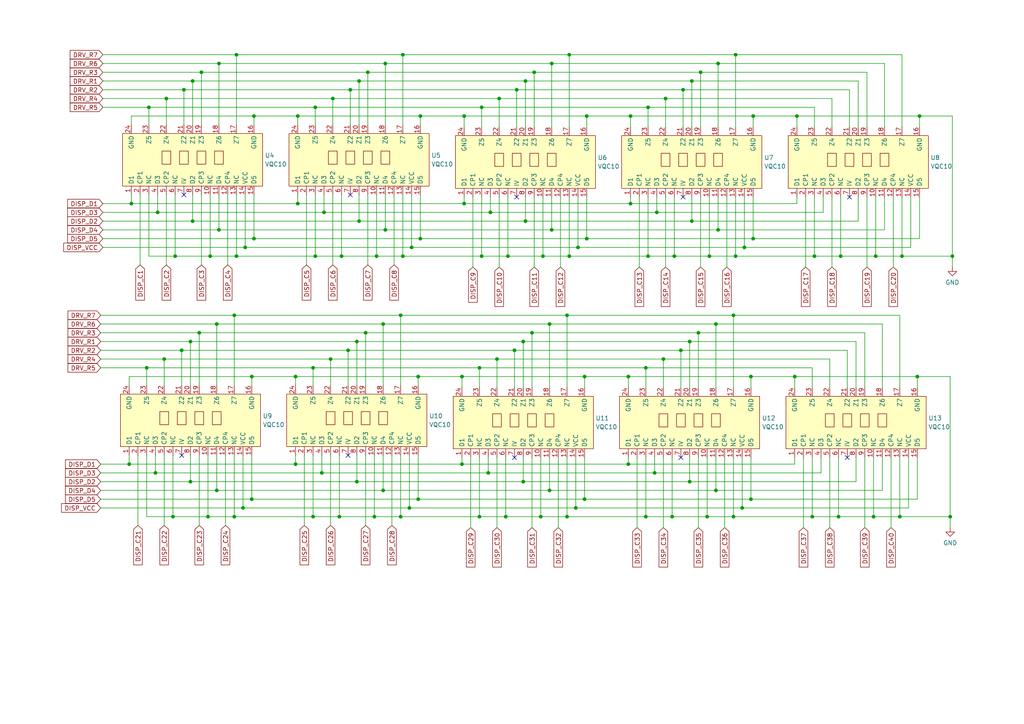
<source format=kicad_sch>
(kicad_sch (version 20230121) (generator eeschema)
  (paper "A4")
  (lib_symbols
    (symbol "components:VQC10"
      (property "Reference" "U" (at 0 -2.54 0))
      (property "Value" "VQC10" (at -15.24 0 0))
      (symbol "VQC10_0_1"
        (rectangle (start -8.89 2.54) (end -6.35 -1.27))
        (rectangle (start -3.81 2.54) (end -1.27 -1.27))
        (rectangle (start 1.27 2.54) (end 3.81 -1.27))
        (rectangle (start 6.35 2.54) (end 8.89 -1.27))
      )
      (symbol "VQC10_1_1"
        (rectangle (start -20.32 7.62) (end 20.32 -7.62) (fill (type background)))
        (pin input line (at -17.78 -10.16 90) (length 2.54) (name "D1") (number "1"))
        (pin input line (at 5.08 -10.16 90) (length 2.54) (name "NC") (number "10"))
        (pin input line (at 7.62 -10.16 90) (length 2.54) (name "D4") (number "11"))
        (pin input line (at 10.16 -10.16 90) (length 2.54) (name "CP4") (number "12"))
        (pin input line (at 12.7 -10.16 90) (length 2.54) (name "NC") (number "13"))
        (pin input line (at 15.24 -10.16 90) (length 2.54) (name "VCC") (number "14"))
        (pin input line (at 17.78 -10.16 90) (length 2.54) (name "D5") (number "15"))
        (pin input line (at 17.78 10.16 270) (length 2.54) (name "GND") (number "16"))
        (pin input line (at 12.7 10.16 270) (length 2.54) (name "Z7") (number "17"))
        (pin input line (at 7.62 10.16 270) (length 2.54) (name "Z6") (number "18"))
        (pin input line (at 2.54 10.16 270) (length 2.54) (name "Z3") (number "19"))
        (pin input line (at -15.24 -10.16 90) (length 2.54) (name "CP1") (number "2"))
        (pin input line (at 0 10.16 270) (length 2.54) (name "Z1") (number "20"))
        (pin input line (at -2.54 10.16 270) (length 2.54) (name "Z2") (number "21"))
        (pin input line (at -7.62 10.16 270) (length 2.54) (name "Z4") (number "22"))
        (pin input line (at -12.7 10.16 270) (length 2.54) (name "Z5") (number "23"))
        (pin input line (at -17.78 10.16 270) (length 2.54) (name "GND") (number "24"))
        (pin input line (at -12.7 -10.16 90) (length 2.54) (name "NC") (number "3"))
        (pin input line (at -10.16 -10.16 90) (length 2.54) (name "D3") (number "4"))
        (pin input line (at -7.62 -10.16 90) (length 2.54) (name "CP2") (number "5"))
        (pin input line (at -5.08 -10.16 90) (length 2.54) (name "NC") (number "6"))
        (pin input line (at -2.54 -10.16 90) (length 2.54) (name "IV") (number "7"))
        (pin input line (at 0 -10.16 90) (length 2.54) (name "D2") (number "8"))
        (pin input line (at 2.54 -10.16 90) (length 2.54) (name "CP3") (number "9"))
      )
    )
    (symbol "power:GND" (power) (pin_names (offset 0))
      (property "Value" "GND" (at 0 -3.81 0))
      (symbol "GND_0_1"
        (polyline (pts (xy 0 0) (xy 0 -1.27) (xy 1.27 -1.27) (xy 0 -2.54) (xy -1.27 -1.27) (xy 0 -1.27)))
      )
      (symbol "GND_1_1"
        (pin power_in line (at 0 0 270) (length 0) hide (name "GND") (number "1"))
      )
    )
  )
  (junction (at 103.505 139.7))
  (junction (at 205.105 149.86))
  (junction (at 169.545 109.22))
  (junction (at 99.06 74.295))
  (junction (at 73.66 69.215))
  (junction (at 254 74.295))
  (junction (at 116.205 91.44))
  (junction (at 207.645 142.24))
  (junction (at 139.065 149.86))
  (junction (at 121.92 69.215))
  (junction (at 147.32 74.295))
  (junction (at 170.18 69.215))
  (junction (at 116.84 15.875))
  (junction (at 67.945 149.86))
  (junction (at 253.365 149.86))
  (junction (at 91.44 74.295))
  (junction (at 203.2 20.955))
  (junction (at 91.44 31.115))
  (junction (at 212.725 91.44))
  (junction (at 193.04 28.575))
  (junction (at 205.74 74.295))
  (junction (at 93.98 61.595))
  (junction (at 182.88 33.655))
  (junction (at 73.66 33.655))
  (junction (at 106.68 20.955))
  (junction (at 133.985 109.22))
  (junction (at 111.125 93.98))
  (junction (at 45.72 61.595))
  (junction (at 50.165 149.86))
  (junction (at 73.025 109.22))
  (junction (at 260.985 149.86))
  (junction (at 55.245 99.06))
  (junction (at 154.305 96.52))
  (junction (at 266.065 109.22))
  (junction (at 144.145 104.14))
  (junction (at 48.26 28.575))
  (junction (at 104.14 64.135))
  (junction (at 121.285 109.22))
  (junction (at 217.805 109.22))
  (junction (at 43.18 31.115))
  (junction (at 261.62 74.295))
  (junction (at 165.1 15.875))
  (junction (at 151.765 99.06))
  (junction (at 119.38 71.755))
  (junction (at 103.505 99.06))
  (junction (at 67.945 91.44))
  (junction (at 62.865 93.98))
  (junction (at 200.025 139.7))
  (junction (at 85.725 109.22))
  (junction (at 55.88 23.495))
  (junction (at 218.44 69.215))
  (junction (at 160.02 66.675))
  (junction (at 266.7 33.655))
  (junction (at 100.965 101.6))
  (junction (at 243.84 74.295))
  (junction (at 144.78 28.575))
  (junction (at 230.505 109.22))
  (junction (at 121.92 33.655))
  (junction (at 104.14 23.495))
  (junction (at 60.96 74.295))
  (junction (at 187.325 149.86))
  (junction (at 170.18 33.655))
  (junction (at 187.96 74.295))
  (junction (at 90.805 106.68))
  (junction (at 159.385 142.24))
  (junction (at 71.12 71.755))
  (junction (at 243.205 149.86))
  (junction (at 93.345 137.16))
  (junction (at 236.22 74.295))
  (junction (at 231.14 33.655))
  (junction (at 42.545 106.68))
  (junction (at 159.385 93.98))
  (junction (at 198.12 26.035))
  (junction (at 212.725 149.86))
  (junction (at 62.865 142.24))
  (junction (at 187.96 31.115))
  (junction (at 167.005 147.32))
  (junction (at 38.1 59.055))
  (junction (at 121.285 144.78))
  (junction (at 68.58 15.875))
  (junction (at 109.22 74.295))
  (junction (at 169.545 144.78))
  (junction (at 156.845 149.86))
  (junction (at 217.805 144.78))
  (junction (at 55.245 139.7))
  (junction (at 195.58 74.295))
  (junction (at 116.205 149.86))
  (junction (at 235.585 149.86))
  (junction (at 111.76 66.675))
  (junction (at 146.685 149.86))
  (junction (at 45.085 137.16))
  (junction (at 139.7 74.295))
  (junction (at 142.24 61.595))
  (junction (at 165.1 74.295))
  (junction (at 276.225 74.295))
  (junction (at 118.745 147.32))
  (junction (at 213.36 15.875))
  (junction (at 149.86 26.035))
  (junction (at 215.265 147.32))
  (junction (at 86.36 33.655))
  (junction (at 192.405 104.14))
  (junction (at 157.48 74.295))
  (junction (at 58.42 20.955))
  (junction (at 73.025 144.78))
  (junction (at 90.805 149.86))
  (junction (at 208.28 18.415))
  (junction (at 194.945 149.86))
  (junction (at 213.36 74.295))
  (junction (at 116.84 74.295))
  (junction (at 37.465 134.62))
  (junction (at 57.785 96.52))
  (junction (at 111.76 18.415))
  (junction (at 106.045 96.52))
  (junction (at 149.225 101.6))
  (junction (at 70.485 147.32))
  (junction (at 182.245 134.62))
  (junction (at 98.425 149.86))
  (junction (at 63.5 66.675))
  (junction (at 154.94 20.955))
  (junction (at 200.025 99.06))
  (junction (at 190.5 61.595))
  (junction (at 141.605 137.16))
  (junction (at 86.36 59.055))
  (junction (at 215.9 71.755))
  (junction (at 108.585 149.86))
  (junction (at 133.985 134.62))
  (junction (at 95.885 104.14))
  (junction (at 134.62 59.055))
  (junction (at 52.705 101.6))
  (junction (at 218.44 33.655))
  (junction (at 160.02 18.415))
  (junction (at 53.34 26.035))
  (junction (at 96.52 28.575))
  (junction (at 134.62 33.655))
  (junction (at 139.7 31.115))
  (junction (at 164.465 149.86))
  (junction (at 187.325 106.68))
  (junction (at 164.465 91.44))
  (junction (at 207.645 93.98))
  (junction (at 63.5 18.415))
  (junction (at 275.59 149.86))
  (junction (at 55.88 64.135))
  (junction (at 101.6 26.035))
  (junction (at 139.065 106.68))
  (junction (at 200.66 23.495))
  (junction (at 208.28 66.675))
  (junction (at 200.66 64.135))
  (junction (at 197.485 101.6))
  (junction (at 189.865 137.16))
  (junction (at 50.8 74.295))
  (junction (at 151.765 139.7))
  (junction (at 85.725 134.62))
  (junction (at 60.325 149.86))
  (junction (at 47.625 104.14))
  (junction (at 111.125 142.24))
  (junction (at 152.4 23.495))
  (junction (at 68.58 74.295))
  (junction (at 182.245 109.22))
  (junction (at 202.565 96.52))
  (junction (at 152.4 64.135))
  (junction (at 182.88 59.055))
  (junction (at 167.64 71.755))
  (no_connect (at 149.86 57.15))
  (no_connect (at 246.38 57.15))
  (no_connect (at 245.745 132.715))
  (no_connect (at 197.485 132.715))
  (no_connect (at 100.965 132.08))
  (no_connect (at 149.225 132.715))
  (no_connect (at 52.705 132.08))
  (no_connect (at 53.34 56.515))
  (no_connect (at 101.6 56.515))
  (no_connect (at 198.12 57.15))
  (wire (pts (xy 55.245 99.06) (xy 103.505 99.06)))
  (wire (pts (xy 167.005 132.715) (xy 167.005 147.32)))
  (wire (pts (xy 111.125 132.08) (xy 111.125 142.24)))
  (wire (pts (xy 200.66 64.135) (xy 248.92 64.135)))
  (wire (pts (xy 266.065 109.22) (xy 275.59 109.22)))
  (wire (pts (xy 213.36 15.875) (xy 261.62 15.875)))
  (wire (pts (xy 141.605 137.16) (xy 189.865 137.16)))
  (wire (pts (xy 207.645 142.24) (xy 255.905 142.24)))
  (wire (pts (xy 193.04 57.15) (xy 193.04 77.47)))
  (wire (pts (xy 86.36 59.055) (xy 134.62 59.055)))
  (wire (pts (xy 90.805 132.08) (xy 90.805 149.86)))
  (wire (pts (xy 101.6 26.035) (xy 149.86 26.035)))
  (wire (pts (xy 212.725 132.715) (xy 212.725 149.86)))
  (wire (pts (xy 70.485 147.32) (xy 118.745 147.32)))
  (wire (pts (xy 73.025 144.78) (xy 121.285 144.78)))
  (wire (pts (xy 58.42 20.955) (xy 29.845 20.955)))
  (wire (pts (xy 113.665 132.08) (xy 113.665 152.4)))
  (wire (pts (xy 255.905 142.24) (xy 255.905 132.715)))
  (wire (pts (xy 116.84 36.195) (xy 116.84 15.875)))
  (wire (pts (xy 160.02 18.415) (xy 208.28 18.415)))
  (wire (pts (xy 116.84 15.875) (xy 165.1 15.875)))
  (wire (pts (xy 154.94 20.955) (xy 154.94 36.83)))
  (wire (pts (xy 144.78 28.575) (xy 193.04 28.575)))
  (wire (pts (xy 203.2 20.955) (xy 203.2 36.83)))
  (wire (pts (xy 134.62 33.655) (xy 170.18 33.655)))
  (wire (pts (xy 88.265 132.08) (xy 88.265 152.4)))
  (wire (pts (xy 93.345 132.08) (xy 93.345 137.16)))
  (wire (pts (xy 164.465 132.715) (xy 164.465 149.86)))
  (wire (pts (xy 55.245 139.7) (xy 103.505 139.7)))
  (wire (pts (xy 116.84 74.295) (xy 139.7 74.295)))
  (wire (pts (xy 91.44 56.515) (xy 91.44 74.295)))
  (wire (pts (xy 236.22 31.115) (xy 236.22 36.83)))
  (wire (pts (xy 68.58 56.515) (xy 68.58 74.295)))
  (wire (pts (xy 152.4 23.495) (xy 152.4 36.83)))
  (wire (pts (xy 146.685 132.715) (xy 146.685 149.86)))
  (wire (pts (xy 96.52 28.575) (xy 96.52 36.195)))
  (wire (pts (xy 58.42 20.955) (xy 106.68 20.955)))
  (wire (pts (xy 50.165 149.86) (xy 42.545 149.86)))
  (wire (pts (xy 182.88 57.15) (xy 182.88 59.055)))
  (wire (pts (xy 29.21 134.62) (xy 37.465 134.62)))
  (wire (pts (xy 213.36 74.295) (xy 236.22 74.295)))
  (wire (pts (xy 261.62 15.875) (xy 261.62 36.83)))
  (wire (pts (xy 91.44 74.295) (xy 99.06 74.295)))
  (wire (pts (xy 156.845 132.715) (xy 156.845 149.86)))
  (wire (pts (xy 85.725 134.62) (xy 133.985 134.62)))
  (wire (pts (xy 203.2 20.955) (xy 251.46 20.955)))
  (wire (pts (xy 73.66 33.655) (xy 86.36 33.655)))
  (wire (pts (xy 241.3 28.575) (xy 241.3 36.83)))
  (wire (pts (xy 38.1 36.195) (xy 38.1 33.655)))
  (wire (pts (xy 93.98 56.515) (xy 93.98 61.595)))
  (wire (pts (xy 156.845 149.86) (xy 164.465 149.86)))
  (wire (pts (xy 111.125 93.98) (xy 111.125 111.76)))
  (wire (pts (xy 255.905 93.98) (xy 255.905 112.395)))
  (wire (pts (xy 109.22 74.295) (xy 116.84 74.295)))
  (wire (pts (xy 254 74.295) (xy 261.62 74.295)))
  (wire (pts (xy 37.465 132.08) (xy 37.465 134.62)))
  (wire (pts (xy 85.725 109.22) (xy 121.285 109.22)))
  (wire (pts (xy 198.12 26.035) (xy 246.38 26.035)))
  (wire (pts (xy 205.105 132.715) (xy 205.105 149.86)))
  (wire (pts (xy 65.405 132.08) (xy 65.405 152.4)))
  (wire (pts (xy 111.125 93.98) (xy 159.385 93.98)))
  (wire (pts (xy 71.12 56.515) (xy 71.12 71.755)))
  (wire (pts (xy 159.385 93.98) (xy 207.645 93.98)))
  (wire (pts (xy 167.64 57.15) (xy 167.64 71.755)))
  (wire (pts (xy 40.005 132.08) (xy 40.005 152.4)))
  (wire (pts (xy 104.14 64.135) (xy 152.4 64.135)))
  (wire (pts (xy 73.025 109.22) (xy 73.025 111.76)))
  (wire (pts (xy 231.14 33.655) (xy 266.7 33.655)))
  (wire (pts (xy 233.68 57.15) (xy 233.68 77.47)))
  (wire (pts (xy 236.22 57.15) (xy 236.22 74.295)))
  (wire (pts (xy 86.36 33.655) (xy 86.36 36.195)))
  (wire (pts (xy 106.68 20.955) (xy 106.68 36.195)))
  (wire (pts (xy 144.78 57.15) (xy 144.78 77.47)))
  (wire (pts (xy 218.44 33.655) (xy 231.14 33.655)))
  (wire (pts (xy 66.04 56.515) (xy 66.04 76.835)))
  (wire (pts (xy 210.185 132.715) (xy 210.185 153.035)))
  (wire (pts (xy 162.56 57.15) (xy 162.56 77.47)))
  (wire (pts (xy 169.545 109.22) (xy 169.545 112.395)))
  (wire (pts (xy 67.945 111.76) (xy 67.945 91.44)))
  (wire (pts (xy 189.865 132.715) (xy 189.865 137.16)))
  (wire (pts (xy 251.46 57.15) (xy 251.46 77.47)))
  (wire (pts (xy 210.82 57.15) (xy 210.82 77.47)))
  (wire (pts (xy 67.945 132.08) (xy 67.945 149.86)))
  (wire (pts (xy 73.66 56.515) (xy 73.66 69.215)))
  (wire (pts (xy 99.06 56.515) (xy 99.06 74.295)))
  (wire (pts (xy 200.025 99.06) (xy 200.025 112.395)))
  (wire (pts (xy 263.525 147.32) (xy 263.525 132.715)))
  (wire (pts (xy 212.725 149.86) (xy 235.585 149.86)))
  (wire (pts (xy 248.285 99.06) (xy 248.285 112.395)))
  (wire (pts (xy 213.36 57.15) (xy 213.36 74.295)))
  (wire (pts (xy 182.245 109.22) (xy 217.805 109.22)))
  (wire (pts (xy 205.105 149.86) (xy 212.725 149.86)))
  (wire (pts (xy 88.9 56.515) (xy 88.9 76.835)))
  (wire (pts (xy 260.985 149.86) (xy 260.985 132.715)))
  (wire (pts (xy 157.48 74.295) (xy 165.1 74.295)))
  (wire (pts (xy 55.245 111.76) (xy 55.245 99.06)))
  (wire (pts (xy 29.21 144.78) (xy 73.025 144.78)))
  (wire (pts (xy 38.1 56.515) (xy 38.1 59.055)))
  (wire (pts (xy 29.845 23.495) (xy 55.88 23.495)))
  (wire (pts (xy 104.14 23.495) (xy 152.4 23.495)))
  (wire (pts (xy 212.725 91.44) (xy 260.985 91.44)))
  (wire (pts (xy 29.845 66.675) (xy 63.5 66.675)))
  (wire (pts (xy 276.225 74.295) (xy 276.225 77.47)))
  (wire (pts (xy 208.28 18.415) (xy 256.54 18.415)))
  (wire (pts (xy 165.1 57.15) (xy 165.1 74.295)))
  (wire (pts (xy 144.145 104.14) (xy 192.405 104.14)))
  (wire (pts (xy 146.685 149.86) (xy 156.845 149.86)))
  (wire (pts (xy 63.5 18.415) (xy 111.76 18.415)))
  (wire (pts (xy 194.945 149.86) (xy 205.105 149.86)))
  (wire (pts (xy 121.92 56.515) (xy 121.92 69.215)))
  (wire (pts (xy 260.985 91.44) (xy 260.985 112.395)))
  (wire (pts (xy 170.18 33.655) (xy 182.88 33.655)))
  (wire (pts (xy 149.86 36.83) (xy 149.86 26.035)))
  (wire (pts (xy 151.765 99.06) (xy 151.765 112.395)))
  (wire (pts (xy 215.9 57.15) (xy 215.9 71.755)))
  (wire (pts (xy 238.125 137.16) (xy 238.125 132.715)))
  (wire (pts (xy 111.125 142.24) (xy 159.385 142.24)))
  (wire (pts (xy 243.205 132.715) (xy 243.205 149.86)))
  (wire (pts (xy 50.8 56.515) (xy 50.8 74.295)))
  (wire (pts (xy 182.88 59.055) (xy 231.14 59.055)))
  (wire (pts (xy 73.66 69.215) (xy 121.92 69.215)))
  (wire (pts (xy 85.725 109.22) (xy 85.725 111.76)))
  (wire (pts (xy 167.005 147.32) (xy 215.265 147.32)))
  (wire (pts (xy 118.745 147.32) (xy 167.005 147.32)))
  (wire (pts (xy 42.545 149.86) (xy 42.545 132.08)))
  (wire (pts (xy 182.245 132.715) (xy 182.245 134.62)))
  (wire (pts (xy 217.805 109.22) (xy 230.505 109.22)))
  (wire (pts (xy 29.21 147.32) (xy 70.485 147.32)))
  (wire (pts (xy 144.145 104.14) (xy 144.145 112.395)))
  (wire (pts (xy 29.21 106.68) (xy 42.545 106.68)))
  (wire (pts (xy 190.5 57.15) (xy 190.5 61.595)))
  (wire (pts (xy 139.065 106.68) (xy 139.065 112.395)))
  (wire (pts (xy 194.945 132.715) (xy 194.945 149.86)))
  (wire (pts (xy 165.1 15.875) (xy 213.36 15.875)))
  (wire (pts (xy 62.865 142.24) (xy 111.125 142.24)))
  (wire (pts (xy 43.18 74.295) (xy 43.18 56.515)))
  (wire (pts (xy 38.1 33.655) (xy 73.66 33.655)))
  (wire (pts (xy 86.36 59.055) (xy 86.36 56.515)))
  (wire (pts (xy 42.545 106.68) (xy 90.805 106.68)))
  (wire (pts (xy 253.365 149.86) (xy 260.985 149.86)))
  (wire (pts (xy 133.985 109.22) (xy 169.545 109.22)))
  (wire (pts (xy 57.785 96.52) (xy 106.045 96.52)))
  (wire (pts (xy 104.14 56.515) (xy 104.14 64.135)))
  (wire (pts (xy 93.98 61.595) (xy 142.24 61.595)))
  (wire (pts (xy 96.52 56.515) (xy 96.52 76.835)))
  (wire (pts (xy 95.885 132.08) (xy 95.885 152.4)))
  (wire (pts (xy 159.385 112.395) (xy 159.385 93.98)))
  (wire (pts (xy 243.84 74.295) (xy 254 74.295)))
  (wire (pts (xy 202.565 96.52) (xy 202.565 112.395)))
  (wire (pts (xy 29.845 64.135) (xy 55.88 64.135)))
  (wire (pts (xy 266.7 33.655) (xy 266.7 36.83)))
  (wire (pts (xy 182.245 109.22) (xy 182.245 112.395)))
  (wire (pts (xy 55.245 132.08) (xy 55.245 139.7)))
  (wire (pts (xy 67.945 149.86) (xy 90.805 149.86)))
  (wire (pts (xy 275.59 149.86) (xy 275.59 153.035)))
  (wire (pts (xy 62.865 93.98) (xy 111.125 93.98)))
  (wire (pts (xy 266.7 33.655) (xy 276.225 33.655)))
  (wire (pts (xy 212.725 112.395) (xy 212.725 91.44)))
  (wire (pts (xy 114.3 56.515) (xy 114.3 76.835)))
  (wire (pts (xy 108.585 132.08) (xy 108.585 149.86)))
  (wire (pts (xy 57.785 132.08) (xy 57.785 152.4)))
  (wire (pts (xy 68.58 36.195) (xy 68.58 15.875)))
  (wire (pts (xy 29.845 61.595) (xy 45.72 61.595)))
  (wire (pts (xy 264.16 71.755) (xy 264.16 57.15)))
  (wire (pts (xy 200.66 23.495) (xy 200.66 36.83)))
  (wire (pts (xy 111.76 18.415) (xy 160.02 18.415)))
  (wire (pts (xy 139.065 149.86) (xy 146.685 149.86)))
  (wire (pts (xy 187.325 106.68) (xy 235.585 106.68)))
  (wire (pts (xy 215.265 132.715) (xy 215.265 147.32)))
  (wire (pts (xy 60.96 74.295) (xy 50.8 74.295)))
  (wire (pts (xy 208.28 66.675) (xy 256.54 66.675)))
  (wire (pts (xy 63.5 56.515) (xy 63.5 66.675)))
  (wire (pts (xy 243.205 149.86) (xy 253.365 149.86)))
  (wire (pts (xy 119.38 56.515) (xy 119.38 71.755)))
  (wire (pts (xy 29.845 28.575) (xy 48.26 28.575)))
  (wire (pts (xy 218.44 57.15) (xy 218.44 69.215)))
  (wire (pts (xy 43.18 36.195) (xy 43.18 31.115)))
  (wire (pts (xy 169.545 132.715) (xy 169.545 144.78)))
  (wire (pts (xy 62.865 111.76) (xy 62.865 93.98)))
  (wire (pts (xy 149.225 112.395) (xy 149.225 101.6)))
  (wire (pts (xy 230.505 134.62) (xy 230.505 132.715)))
  (wire (pts (xy 170.18 57.15) (xy 170.18 69.215)))
  (wire (pts (xy 170.18 69.215) (xy 218.44 69.215)))
  (wire (pts (xy 93.345 137.16) (xy 141.605 137.16)))
  (wire (pts (xy 187.325 132.715) (xy 187.325 149.86)))
  (wire (pts (xy 164.465 91.44) (xy 212.725 91.44)))
  (wire (pts (xy 96.52 28.575) (xy 144.78 28.575)))
  (wire (pts (xy 111.76 66.675) (xy 160.02 66.675)))
  (wire (pts (xy 154.94 57.15) (xy 154.94 77.47)))
  (wire (pts (xy 45.085 137.16) (xy 93.345 137.16)))
  (wire (pts (xy 100.965 101.6) (xy 100.965 111.76)))
  (wire (pts (xy 99.06 74.295) (xy 109.22 74.295)))
  (wire (pts (xy 37.465 134.62) (xy 85.725 134.62)))
  (wire (pts (xy 29.845 15.875) (xy 68.58 15.875)))
  (wire (pts (xy 218.44 69.215) (xy 266.7 69.215)))
  (wire (pts (xy 187.96 31.115) (xy 187.96 36.83)))
  (wire (pts (xy 73.66 33.655) (xy 73.66 36.195)))
  (wire (pts (xy 275.59 109.22) (xy 275.59 149.86)))
  (wire (pts (xy 190.5 61.595) (xy 238.76 61.595)))
  (wire (pts (xy 192.405 104.14) (xy 192.405 112.395)))
  (wire (pts (xy 73.025 109.22) (xy 85.725 109.22)))
  (wire (pts (xy 68.58 15.875) (xy 116.84 15.875)))
  (wire (pts (xy 165.1 36.83) (xy 165.1 15.875)))
  (wire (pts (xy 116.205 111.76) (xy 116.205 91.44)))
  (wire (pts (xy 29.845 59.055) (xy 38.1 59.055)))
  (wire (pts (xy 231.14 59.055) (xy 231.14 57.15)))
  (wire (pts (xy 53.34 36.195) (xy 53.34 26.035)))
  (wire (pts (xy 256.54 18.415) (xy 256.54 36.83)))
  (wire (pts (xy 259.08 57.15) (xy 259.08 77.47)))
  (wire (pts (xy 119.38 71.755) (xy 167.64 71.755)))
  (wire (pts (xy 116.205 149.86) (xy 139.065 149.86)))
  (wire (pts (xy 29.21 99.06) (xy 55.245 99.06)))
  (wire (pts (xy 167.64 71.755) (xy 215.9 71.755)))
  (wire (pts (xy 200.025 99.06) (xy 248.285 99.06)))
  (wire (pts (xy 121.285 109.22) (xy 121.285 111.76)))
  (wire (pts (xy 29.845 71.755) (xy 71.12 71.755)))
  (wire (pts (xy 48.26 36.195) (xy 48.26 28.575)))
  (wire (pts (xy 161.925 132.715) (xy 161.925 153.035)))
  (wire (pts (xy 203.2 57.15) (xy 203.2 77.47)))
  (wire (pts (xy 200.025 132.715) (xy 200.025 139.7)))
  (wire (pts (xy 47.625 104.14) (xy 95.885 104.14)))
  (wire (pts (xy 160.02 57.15) (xy 160.02 66.675)))
  (wire (pts (xy 90.805 106.68) (xy 90.805 111.76)))
  (wire (pts (xy 139.065 106.68) (xy 187.325 106.68)))
  (wire (pts (xy 149.225 101.6) (xy 197.485 101.6)))
  (wire (pts (xy 147.32 57.15) (xy 147.32 74.295)))
  (wire (pts (xy 60.325 149.86) (xy 50.165 149.86)))
  (wire (pts (xy 29.21 93.98) (xy 62.865 93.98)))
  (wire (pts (xy 48.26 56.515) (xy 48.26 76.835)))
  (wire (pts (xy 109.22 56.515) (xy 109.22 74.295)))
  (wire (pts (xy 144.145 132.715) (xy 144.145 153.035)))
  (wire (pts (xy 139.7 74.295) (xy 147.32 74.295)))
  (wire (pts (xy 256.54 66.675) (xy 256.54 57.15)))
  (wire (pts (xy 236.22 74.295) (xy 243.84 74.295)))
  (wire (pts (xy 133.985 132.715) (xy 133.985 134.62)))
  (wire (pts (xy 85.725 134.62) (xy 85.725 132.08)))
  (wire (pts (xy 230.505 109.22) (xy 230.505 112.395)))
  (wire (pts (xy 133.985 109.22) (xy 133.985 112.395)))
  (wire (pts (xy 29.845 26.035) (xy 53.34 26.035)))
  (wire (pts (xy 53.34 26.035) (xy 101.6 26.035)))
  (wire (pts (xy 45.72 61.595) (xy 93.98 61.595)))
  (wire (pts (xy 200.66 23.495) (xy 248.92 23.495)))
  (wire (pts (xy 121.92 33.655) (xy 121.92 36.195)))
  (wire (pts (xy 67.945 91.44) (xy 116.205 91.44)))
  (wire (pts (xy 164.465 112.395) (xy 164.465 91.44)))
  (wire (pts (xy 90.805 149.86) (xy 98.425 149.86)))
  (wire (pts (xy 55.88 23.495) (xy 104.14 23.495)))
  (wire (pts (xy 157.48 57.15) (xy 157.48 74.295)))
  (wire (pts (xy 266.7 69.215) (xy 266.7 57.15)))
  (wire (pts (xy 154.94 20.955) (xy 203.2 20.955)))
  (wire (pts (xy 231.14 33.655) (xy 231.14 36.83)))
  (wire (pts (xy 169.545 144.78) (xy 217.805 144.78)))
  (wire (pts (xy 205.74 74.295) (xy 213.36 74.295)))
  (wire (pts (xy 147.32 74.295) (xy 157.48 74.295)))
  (wire (pts (xy 250.825 96.52) (xy 250.825 112.395)))
  (wire (pts (xy 187.325 149.86) (xy 194.945 149.86)))
  (wire (pts (xy 260.985 149.86) (xy 275.59 149.86)))
  (wire (pts (xy 205.74 57.15) (xy 205.74 74.295)))
  (wire (pts (xy 154.305 132.715) (xy 154.305 153.035)))
  (wire (pts (xy 121.92 69.215) (xy 170.18 69.215)))
  (wire (pts (xy 133.985 134.62) (xy 182.245 134.62)))
  (wire (pts (xy 106.68 56.515) (xy 106.68 76.835)))
  (wire (pts (xy 98.425 132.08) (xy 98.425 149.86)))
  (wire (pts (xy 98.425 149.86) (xy 108.585 149.86)))
  (wire (pts (xy 71.12 71.755) (xy 119.38 71.755)))
  (wire (pts (xy 164.465 149.86) (xy 187.325 149.86)))
  (wire (pts (xy 52.705 101.6) (xy 100.965 101.6)))
  (wire (pts (xy 151.765 99.06) (xy 200.025 99.06)))
  (wire (pts (xy 248.92 23.495) (xy 248.92 36.83)))
  (wire (pts (xy 55.88 64.135) (xy 104.14 64.135)))
  (wire (pts (xy 193.04 28.575) (xy 241.3 28.575)))
  (wire (pts (xy 149.86 26.035) (xy 198.12 26.035)))
  (wire (pts (xy 192.405 132.715) (xy 192.405 153.035)))
  (wire (pts (xy 159.385 142.24) (xy 207.645 142.24)))
  (wire (pts (xy 106.045 96.52) (xy 106.045 111.76)))
  (wire (pts (xy 208.28 57.15) (xy 208.28 66.675)))
  (wire (pts (xy 202.565 132.715) (xy 202.565 153.035)))
  (wire (pts (xy 154.305 96.52) (xy 202.565 96.52)))
  (wire (pts (xy 63.5 66.675) (xy 111.76 66.675)))
  (wire (pts (xy 189.865 137.16) (xy 238.125 137.16)))
  (wire (pts (xy 195.58 57.15) (xy 195.58 74.295)))
  (wire (pts (xy 137.16 57.15) (xy 137.16 77.47)))
  (wire (pts (xy 118.745 132.08) (xy 118.745 147.32)))
  (wire (pts (xy 29.845 69.215) (xy 73.66 69.215)))
  (wire (pts (xy 218.44 33.655) (xy 218.44 36.83)))
  (wire (pts (xy 103.505 139.7) (xy 151.765 139.7)))
  (wire (pts (xy 139.7 57.15) (xy 139.7 74.295)))
  (wire (pts (xy 121.285 132.08) (xy 121.285 144.78)))
  (wire (pts (xy 165.1 74.295) (xy 187.96 74.295)))
  (wire (pts (xy 217.805 132.715) (xy 217.805 144.78)))
  (wire (pts (xy 185.42 57.15) (xy 185.42 77.47)))
  (wire (pts (xy 207.645 112.395) (xy 207.645 93.98)))
  (wire (pts (xy 182.88 33.655) (xy 182.88 36.83)))
  (wire (pts (xy 254 57.15) (xy 254 74.295)))
  (wire (pts (xy 50.165 132.08) (xy 50.165 149.86)))
  (wire (pts (xy 62.865 132.08) (xy 62.865 142.24)))
  (wire (pts (xy 60.96 56.515) (xy 60.96 74.295)))
  (wire (pts (xy 139.7 31.115) (xy 187.96 31.115)))
  (wire (pts (xy 29.21 91.44) (xy 67.945 91.44)))
  (wire (pts (xy 192.405 104.14) (xy 240.665 104.14)))
  (wire (pts (xy 251.46 20.955) (xy 251.46 36.83)))
  (wire (pts (xy 29.845 18.415) (xy 63.5 18.415)))
  (wire (pts (xy 60.325 132.08) (xy 60.325 149.86)))
  (wire (pts (xy 246.38 26.035) (xy 246.38 36.83)))
  (wire (pts (xy 243.84 57.15) (xy 243.84 74.295)))
  (wire (pts (xy 134.62 57.15) (xy 134.62 59.055)))
  (wire (pts (xy 182.245 134.62) (xy 230.505 134.62)))
  (wire (pts (xy 95.885 104.14) (xy 144.145 104.14)))
  (wire (pts (xy 154.305 96.52) (xy 154.305 112.395)))
  (wire (pts (xy 253.365 132.715) (xy 253.365 149.86)))
  (wire (pts (xy 29.21 139.7) (xy 55.245 139.7)))
  (wire (pts (xy 152.4 57.15) (xy 152.4 64.135)))
  (wire (pts (xy 57.785 111.76) (xy 57.785 96.52)))
  (wire (pts (xy 195.58 74.295) (xy 205.74 74.295)))
  (wire (pts (xy 193.04 28.575) (xy 193.04 36.83)))
  (wire (pts (xy 38.1 59.055) (xy 86.36 59.055)))
  (wire (pts (xy 187.96 74.295) (xy 195.58 74.295)))
  (wire (pts (xy 208.28 36.83) (xy 208.28 18.415)))
  (wire (pts (xy 86.36 33.655) (xy 121.92 33.655)))
  (wire (pts (xy 58.42 36.195) (xy 58.42 20.955)))
  (wire (pts (xy 73.025 132.08) (xy 73.025 144.78)))
  (wire (pts (xy 50.8 74.295) (xy 43.18 74.295)))
  (wire (pts (xy 58.42 56.515) (xy 58.42 76.835)))
  (wire (pts (xy 37.465 111.76) (xy 37.465 109.22)))
  (wire (pts (xy 70.485 132.08) (xy 70.485 147.32)))
  (wire (pts (xy 136.525 132.715) (xy 136.525 153.035)))
  (wire (pts (xy 197.485 112.395) (xy 197.485 101.6)))
  (wire (pts (xy 139.7 31.115) (xy 139.7 36.83)))
  (wire (pts (xy 245.745 101.6) (xy 245.745 112.395)))
  (wire (pts (xy 100.965 101.6) (xy 149.225 101.6)))
  (wire (pts (xy 240.665 132.715) (xy 240.665 153.035)))
  (wire (pts (xy 91.44 31.115) (xy 91.44 36.195)))
  (wire (pts (xy 248.285 139.7) (xy 248.285 132.715)))
  (wire (pts (xy 91.44 31.115) (xy 139.7 31.115)))
  (wire (pts (xy 103.505 99.06) (xy 151.765 99.06)))
  (wire (pts (xy 200.025 139.7) (xy 248.285 139.7)))
  (wire (pts (xy 152.4 23.495) (xy 200.66 23.495)))
  (wire (pts (xy 230.505 109.22) (xy 266.065 109.22)))
  (wire (pts (xy 141.605 132.715) (xy 141.605 137.16)))
  (wire (pts (xy 207.645 93.98) (xy 255.905 93.98)))
  (wire (pts (xy 42.545 111.76) (xy 42.545 106.68)))
  (wire (pts (xy 248.92 64.135) (xy 248.92 57.15)))
  (wire (pts (xy 52.705 111.76) (xy 52.705 101.6)))
  (wire (pts (xy 184.785 132.715) (xy 184.785 153.035)))
  (wire (pts (xy 116.205 91.44) (xy 164.465 91.44)))
  (wire (pts (xy 48.26 28.575) (xy 96.52 28.575)))
  (wire (pts (xy 240.665 104.14) (xy 240.665 112.395)))
  (wire (pts (xy 233.045 132.715) (xy 233.045 153.035)))
  (wire (pts (xy 116.205 132.08) (xy 116.205 149.86)))
  (wire (pts (xy 151.765 139.7) (xy 200.025 139.7)))
  (wire (pts (xy 106.045 96.52) (xy 154.305 96.52)))
  (wire (pts (xy 106.045 132.08) (xy 106.045 152.4)))
  (wire (pts (xy 29.21 104.14) (xy 47.625 104.14)))
  (wire (pts (xy 55.88 56.515) (xy 55.88 64.135)))
  (wire (pts (xy 47.625 132.08) (xy 47.625 152.4)))
  (wire (pts (xy 139.065 132.715) (xy 139.065 149.86)))
  (wire (pts (xy 235.585 106.68) (xy 235.585 112.395)))
  (wire (pts (xy 169.545 109.22) (xy 182.245 109.22)))
  (wire (pts (xy 197.485 101.6) (xy 245.745 101.6)))
  (wire (pts (xy 67.945 149.86) (xy 60.325 149.86)))
  (wire (pts (xy 258.445 132.715) (xy 258.445 153.035)))
  (wire (pts (xy 95.885 104.14) (xy 95.885 111.76)))
  (wire (pts (xy 106.68 20.955) (xy 154.94 20.955)))
  (wire (pts (xy 142.24 57.15) (xy 142.24 61.595)))
  (wire (pts (xy 241.3 57.15) (xy 241.3 77.47)))
  (wire (pts (xy 207.645 132.715) (xy 207.645 142.24)))
  (wire (pts (xy 142.24 61.595) (xy 190.5 61.595)))
  (wire (pts (xy 29.21 137.16) (xy 45.085 137.16)))
  (wire (pts (xy 55.88 36.195) (xy 55.88 23.495)))
  (wire (pts (xy 43.18 31.115) (xy 91.44 31.115)))
  (wire (pts (xy 276.225 33.655) (xy 276.225 74.295)))
  (wire (pts (xy 159.385 132.715) (xy 159.385 142.24)))
  (wire (pts (xy 57.785 96.52) (xy 29.21 96.52)))
  (wire (pts (xy 202.565 96.52) (xy 250.825 96.52)))
  (wire (pts (xy 108.585 149.86) (xy 116.205 149.86)))
  (wire (pts (xy 213.36 36.83) (xy 213.36 15.875)))
  (wire (pts (xy 121.92 33.655) (xy 134.62 33.655)))
  (wire (pts (xy 160.02 66.675) (xy 208.28 66.675)))
  (wire (pts (xy 217.805 144.78) (xy 266.065 144.78)))
  (wire (pts (xy 111.76 18.415) (xy 111.76 36.195)))
  (wire (pts (xy 45.085 132.08) (xy 45.085 137.16)))
  (wire (pts (xy 235.585 149.86) (xy 243.205 149.86)))
  (wire (pts (xy 40.64 56.515) (xy 40.64 76.835)))
  (wire (pts (xy 144.78 28.575) (xy 144.78 36.83)))
  (wire (pts (xy 215.9 71.755) (xy 264.16 71.755)))
  (wire (pts (xy 151.765 132.715) (xy 151.765 139.7)))
  (wire (pts (xy 103.505 132.08) (xy 103.505 139.7)))
  (wire (pts (xy 121.285 109.22) (xy 133.985 109.22)))
  (wire (pts (xy 170.18 33.655) (xy 170.18 36.83)))
  (wire (pts (xy 152.4 64.135) (xy 200.66 64.135)))
  (wire (pts (xy 68.58 74.295) (xy 60.96 74.295)))
  (wire (pts (xy 47.625 111.76) (xy 47.625 104.14)))
  (wire (pts (xy 29.21 142.24) (xy 62.865 142.24)))
  (wire (pts (xy 250.825 132.715) (xy 250.825 153.035)))
  (wire (pts (xy 103.505 99.06) (xy 103.505 111.76)))
  (wire (pts (xy 101.6 26.035) (xy 101.6 36.195)))
  (wire (pts (xy 235.585 132.715) (xy 235.585 149.86)))
  (wire (pts (xy 160.02 36.83) (xy 160.02 18.415)))
  (wire (pts (xy 238.76 61.595) (xy 238.76 57.15)))
  (wire (pts (xy 37.465 109.22) (xy 73.025 109.22)))
  (wire (pts (xy 187.325 106.68) (xy 187.325 112.395)))
  (wire (pts (xy 182.88 33.655) (xy 218.44 33.655)))
  (wire (pts (xy 198.12 36.83) (xy 198.12 26.035)))
  (wire (pts (xy 116.84 56.515) (xy 116.84 74.295)))
  (wire (pts (xy 29.845 31.115) (xy 43.18 31.115)))
  (wire (pts (xy 187.96 31.115) (xy 236.22 31.115)))
  (wire (pts (xy 134.62 33.655) (xy 134.62 36.83)))
  (wire (pts (xy 104.14 23.495) (xy 104.14 36.195)))
  (wire (pts (xy 121.285 144.78) (xy 169.545 144.78)))
  (wire (pts (xy 261.62 74.295) (xy 261.62 57.15)))
  (wire (pts (xy 111.76 56.515) (xy 111.76 66.675)))
  (wire (pts (xy 215.265 147.32) (xy 263.525 147.32)))
  (wire (pts (xy 29.21 101.6) (xy 52.705 101.6)))
  (wire (pts (xy 200.66 57.15) (xy 200.66 64.135)))
  (wire (pts (xy 68.58 74.295) (xy 91.44 74.295)))
  (wire (pts (xy 90.805 106.68) (xy 139.065 106.68)))
  (wire (pts (xy 63.5 36.195) (xy 63.5 18.415)))
  (wire (pts (xy 217.805 109.22) (xy 217.805 112.395)))
  (wire (pts (xy 45.72 56.515) (xy 45.72 61.595)))
  (wire (pts (xy 261.62 74.295) (xy 276.225 74.295)))
  (wire (pts (xy 134.62 59.055) (xy 182.88 59.055)))
  (wire (pts (xy 187.96 57.15) (xy 187.96 74.295)))
  (wire (pts (xy 266.065 109.22) (xy 266.065 112.395)))
  (wire (pts (xy 266.065 144.78) (xy 266.065 132.715)))
  (global_label "DISP_D2" (shape input) (at 29.845 64.135 180) (property "Intersheetrefs" "${INTERSHEET_REFS}" (effects hide)))
  (global_label "DRV_R1" (shape input) (at 29.845 23.495 180) (property "Intersheetrefs" "${INTERSHEET_REFS}" (effects hide)))
  (global_label "DISP_D2" (shape input) (at 29.21 139.7 180) (property "Intersheetrefs" "${INTERSHEET_REFS}" (effects hide)))
  (global_label "DISP_C15" (shape input) (at 203.2 77.47 270) (property "Intersheetrefs" "${INTERSHEET_REFS}" (effects hide)))
  (global_label "DISP_C9" (shape input) (at 137.16 77.47 270) (property "Intersheetrefs" "${INTERSHEET_REFS}" (effects hide)))
  (global_label "DISP_C29" (shape input) (at 136.525 153.035 270) (property "Intersheetrefs" "${INTERSHEET_REFS}" (effects hide)))
  (global_label "DRV_R2" (shape input) (at 29.21 101.6 180) (property "Intersheetrefs" "${INTERSHEET_REFS}" (effects hide)))
  (global_label "DRV_R4" (shape input) (at 29.845 28.575 180) (property "Intersheetrefs" "${INTERSHEET_REFS}" (effects hide)))
  (global_label "DISP_C26" (shape input) (at 95.885 152.4 270) (property "Intersheetrefs" "${INTERSHEET_REFS}" (effects hide)))
  (global_label "DISP_C1" (shape input) (at 40.64 76.835 270) (property "Intersheetrefs" "${INTERSHEET_REFS}" (effects hide)))
  (global_label "DISP_C7" (shape input) (at 106.68 76.835 270) (property "Intersheetrefs" "${INTERSHEET_REFS}" (effects hide)))
  (global_label "DRV_R3" (shape input) (at 29.21 96.52 180) (property "Intersheetrefs" "${INTERSHEET_REFS}" (effects hide)))
  (global_label "DISP_C30" (shape input) (at 144.145 153.035 270) (property "Intersheetrefs" "${INTERSHEET_REFS}" (effects hide)))
  (global_label "DISP_D4" (shape input) (at 29.21 142.24 180) (property "Intersheetrefs" "${INTERSHEET_REFS}" (effects hide)))
  (global_label "DISP_D3" (shape input) (at 29.21 137.16 180) (property "Intersheetrefs" "${INTERSHEET_REFS}" (effects hide)))
  (global_label "DISP_C22" (shape input) (at 47.625 152.4 270) (property "Intersheetrefs" "${INTERSHEET_REFS}" (effects hide)))
  (global_label "DISP_C28" (shape input) (at 113.665 152.4 270) (property "Intersheetrefs" "${INTERSHEET_REFS}" (effects hide)))
  (global_label "DISP_C18" (shape input) (at 241.3 77.47 270) (property "Intersheetrefs" "${INTERSHEET_REFS}" (effects hide)))
  (global_label "DRV_R1" (shape input) (at 29.21 99.06 180) (property "Intersheetrefs" "${INTERSHEET_REFS}" (effects hide)))
  (global_label "DISP_VCC" (shape input) (at 29.845 71.755 180) (property "Intersheetrefs" "${INTERSHEET_REFS}" (effects hide)))
  (global_label "DRV_R5" (shape input) (at 29.21 106.68 180) (property "Intersheetrefs" "${INTERSHEET_REFS}" (effects hide)))
  (global_label "DISP_C11" (shape input) (at 154.94 77.47 270) (property "Intersheetrefs" "${INTERSHEET_REFS}" (effects hide)))
  (global_label "DISP_C13" (shape input) (at 185.42 77.47 270) (property "Intersheetrefs" "${INTERSHEET_REFS}" (effects hide)))
  (global_label "DISP_C37" (shape input) (at 233.045 153.035 270) (property "Intersheetrefs" "${INTERSHEET_REFS}" (effects hide)))
  (global_label "DRV_R7" (shape input) (at 29.21 91.44 180) (property "Intersheetrefs" "${INTERSHEET_REFS}" (effects hide)))
  (global_label "DISP_C24" (shape input) (at 65.405 152.4 270) (property "Intersheetrefs" "${INTERSHEET_REFS}" (effects hide)))
  (global_label "DISP_C23" (shape input) (at 57.785 152.4 270) (property "Intersheetrefs" "${INTERSHEET_REFS}" (effects hide)))
  (global_label "DISP_C19" (shape input) (at 251.46 77.47 270) (property "Intersheetrefs" "${INTERSHEET_REFS}" (effects hide)))
  (global_label "DRV_R4" (shape input) (at 29.21 104.14 180) (property "Intersheetrefs" "${INTERSHEET_REFS}" (effects hide)))
  (global_label "DISP_D5" (shape input) (at 29.21 144.78 180) (property "Intersheetrefs" "${INTERSHEET_REFS}" (effects hide)))
  (global_label "DISP_C31" (shape input) (at 154.305 153.035 270) (property "Intersheetrefs" "${INTERSHEET_REFS}" (effects hide)))
  (global_label "DISP_D1" (shape input) (at 29.21 134.62 180) (property "Intersheetrefs" "${INTERSHEET_REFS}" (effects hide)))
  (global_label "DISP_C38" (shape input) (at 240.665 153.035 270) (property "Intersheetrefs" "${INTERSHEET_REFS}" (effects hide)))
  (global_label "DRV_R6" (shape input) (at 29.21 93.98 180) (property "Intersheetrefs" "${INTERSHEET_REFS}" (effects hide)))
  (global_label "DISP_C36" (shape input) (at 210.185 153.035 270) (property "Intersheetrefs" "${INTERSHEET_REFS}" (effects hide)))
  (global_label "DISP_C40" (shape input) (at 258.445 153.035 270) (property "Intersheetrefs" "${INTERSHEET_REFS}" (effects hide)))
  (global_label "DRV_R7" (shape input) (at 29.845 15.875 180) (property "Intersheetrefs" "${INTERSHEET_REFS}" (effects hide)))
  (global_label "DISP_D1" (shape input) (at 29.845 59.055 180) (property "Intersheetrefs" "${INTERSHEET_REFS}" (effects hide)))
  (global_label "DISP_C4" (shape input) (at 66.04 76.835 270) (property "Intersheetrefs" "${INTERSHEET_REFS}" (effects hide)))
  (global_label "DISP_C14" (shape input) (at 193.04 77.47 270) (property "Intersheetrefs" "${INTERSHEET_REFS}" (effects hide)))
  (global_label "DISP_C5" (shape input) (at 88.9 76.835 270) (property "Intersheetrefs" "${INTERSHEET_REFS}" (effects hide)))
  (global_label "DISP_C21" (shape input) (at 40.005 152.4 270) (property "Intersheetrefs" "${INTERSHEET_REFS}" (effects hide)))
  (global_label "DISP_C6" (shape input) (at 96.52 76.835 270) (property "Intersheetrefs" "${INTERSHEET_REFS}" (effects hide)))
  (global_label "DISP_C2" (shape input) (at 48.26 76.835 270) (property "Intersheetrefs" "${INTERSHEET_REFS}" (effects hide)))
  (global_label "DISP_C17" (shape input) (at 233.68 77.47 270) (property "Intersheetrefs" "${INTERSHEET_REFS}" (effects hide)))
  (global_label "DISP_C10" (shape input) (at 144.78 77.47 270) (property "Intersheetrefs" "${INTERSHEET_REFS}" (effects hide)))
  (global_label "DISP_D5" (shape input) (at 29.845 69.215 180) (property "Intersheetrefs" "${INTERSHEET_REFS}" (effects hide)))
  (global_label "DISP_C12" (shape input) (at 162.56 77.47 270) (property "Intersheetrefs" "${INTERSHEET_REFS}" (effects hide)))
  (global_label "DISP_C34" (shape input) (at 192.405 153.035 270) (property "Intersheetrefs" "${INTERSHEET_REFS}" (effects hide)))
  (global_label "DISP_C8" (shape input) (at 114.3 76.835 270) (property "Intersheetrefs" "${INTERSHEET_REFS}" (effects hide)))
  (global_label "DISP_C35" (shape input) (at 202.565 153.035 270) (property "Intersheetrefs" "${INTERSHEET_REFS}" (effects hide)))
  (global_label "DISP_C3" (shape input) (at 58.42 76.835 270) (property "Intersheetrefs" "${INTERSHEET_REFS}" (effects hide)))
  (global_label "DISP_C20" (shape input) (at 259.08 77.47 270) (property "Intersheetrefs" "${INTERSHEET_REFS}" (effects hide)))
  (global_label "DRV_R3" (shape input) (at 29.845 20.955 180) (property "Intersheetrefs" "${INTERSHEET_REFS}" (effects hide)))
  (global_label "DISP_C33" (shape input) (at 184.785 153.035 270) (property "Intersheetrefs" "${INTERSHEET_REFS}" (effects hide)))
  (global_label "DISP_C25" (shape input) (at 88.265 152.4 270) (property "Intersheetrefs" "${INTERSHEET_REFS}" (effects hide)))
  (global_label "DRV_R6" (shape input) (at 29.845 18.415 180) (property "Intersheetrefs" "${INTERSHEET_REFS}" (effects hide)))
  (global_label "DISP_D3" (shape input) (at 29.845 61.595 180) (property "Intersheetrefs" "${INTERSHEET_REFS}" (effects hide)))
  (global_label "DISP_C27" (shape input) (at 106.045 152.4 270) (property "Intersheetrefs" "${INTERSHEET_REFS}" (effects hide)))
  (global_label "DISP_C39" (shape input) (at 250.825 153.035 270) (property "Intersheetrefs" "${INTERSHEET_REFS}" (effects hide)))
  (global_label "DISP_C16" (shape input) (at 210.82 77.47 270) (property "Intersheetrefs" "${INTERSHEET_REFS}" (effects hide)))
  (global_label "DISP_D4" (shape input) (at 29.845 66.675 180) (property "Intersheetrefs" "${INTERSHEET_REFS}" (effects hide)))
  (global_label "DRV_R2" (shape input) (at 29.845 26.035 180) (property "Intersheetrefs" "${INTERSHEET_REFS}" (effects hide)))
  (global_label "DISP_VCC" (shape input) (at 29.21 147.32 180) (property "Intersheetrefs" "${INTERSHEET_REFS}" (effects hide)))
  (global_label "DISP_C32" (shape input) (at 161.925 153.035 270) (property "Intersheetrefs" "${INTERSHEET_REFS}" (effects hide)))
  (global_label "DRV_R5" (shape input) (at 29.845 31.115 180) (property "Intersheetrefs" "${INTERSHEET_REFS}" (effects hide)))
  (symbol (lib_id "components:VQC10") (at 152.4 46.99 0) (unit 1)
    (property "Reference" "U6" (at 173.355 45.72 0) (effects (justify left)))
    (property "Value" "VQC10" (at 173.355 48.26 0) (effects (justify left)))
    (property "Footprint" "components:VQC10" (effects hide))
  )
  (symbol (lib_id "power:GND") (at 275.59 153.035 0) (unit 1)
    (property "Reference" "#PWR02" (effects hide))
    (property "Value" "GND" (at 275.59 157.48 0))
  )
  (symbol (lib_id "components:VQC10") (at 248.92 46.99 0) (unit 1)
    (property "Reference" "U8" (at 269.875 45.72 0) (effects (justify left)))
    (property "Value" "VQC10" (at 269.875 48.26 0) (effects (justify left)))
    (property "Footprint" "components:VQC10" (effects hide))
  )
  (symbol (lib_id "components:VQC10") (at 55.88 46.355 0) (unit 1)
    (property "Reference" "U4" (at 76.835 45.085 0) (effects (justify left)))
    (property "Value" "VQC10" (at 76.835 47.625 0) (effects (justify left)))
    (property "Footprint" "components:VQC10" (effects hide))
  )
  (symbol (lib_id "components:VQC10") (at 103.505 121.92 0) (unit 1)
    (property "Reference" "U10" (at 124.46 120.65 0) (effects (justify left)))
    (property "Value" "VQC10" (at 124.46 123.19 0) (effects (justify left)))
    (property "Footprint" "components:VQC10" (effects hide))
  )
  (symbol (lib_id "components:VQC10") (at 200.66 46.99 0) (unit 1)
    (property "Reference" "U7" (at 221.615 45.72 0) (effects (justify left)))
    (property "Value" "VQC10" (at 221.615 48.26 0) (effects (justify left)))
    (property "Footprint" "components:VQC10" (effects hide))
  )
  (symbol (lib_id "components:VQC10") (at 104.14 46.355 0) (unit 1)
    (property "Reference" "U5" (at 125.095 45.085 0) (effects (justify left)))
    (property "Value" "VQC10" (at 125.095 47.625 0) (effects (justify left)))
    (property "Footprint" "components:VQC10" (effects hide))
  )
  (symbol (lib_id "components:VQC10") (at 248.285 122.555 0) (unit 1)
    (property "Reference" "U13" (at 269.24 121.285 0) (effects (justify left)))
    (property "Value" "VQC10" (at 269.24 123.825 0) (effects (justify left)))
    (property "Footprint" "components:VQC10" (effects hide))
  )
  (symbol (lib_id "components:VQC10") (at 151.765 122.555 0) (unit 1)
    (property "Reference" "U11" (at 172.72 121.285 0) (effects (justify left)))
    (property "Value" "VQC10" (at 172.72 123.825 0) (effects (justify left)))
    (property "Footprint" "components:VQC10" (effects hide))
  )
  (symbol (lib_id "power:GND") (at 276.225 77.47 0) (unit 1)
    (property "Reference" "#PWR01" (effects hide))
    (property "Value" "GND" (at 276.225 81.915 0))
  )
  (symbol (lib_id "components:VQC10") (at 200.025 122.555 0) (unit 1)
    (property "Reference" "U12" (at 220.98 121.285 0) (effects (justify left)))
    (property "Value" "VQC10" (at 220.98 123.825 0) (effects (justify left)))
    (property "Footprint" "components:VQC10" (effects hide))
  )
  (symbol (lib_id "components:VQC10") (at 55.245 121.92 0) (unit 1)
    (property "Reference" "U9" (at 76.2 120.65 0) (effects (justify left)))
    (property "Value" "VQC10" (at 76.2 123.19 0) (effects (justify left)))
    (property "Footprint" "components:VQC10" (effects hide))
  )
)
</source>
